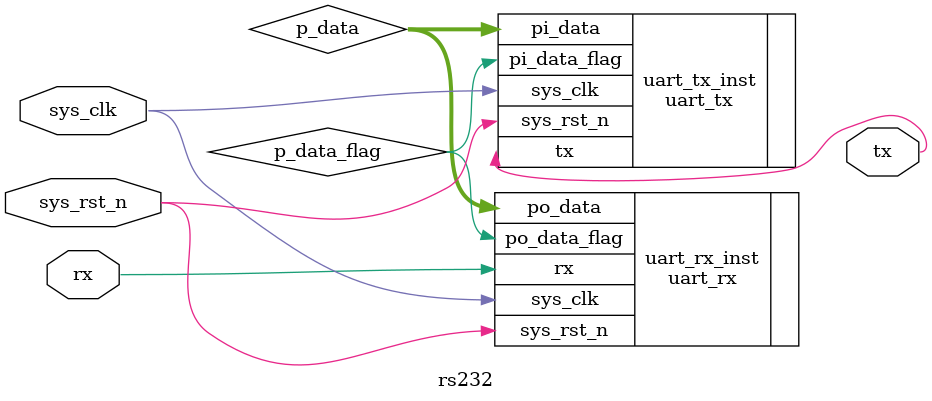
<source format=v>
module rs232 (
    input wire sys_clk,
    input wire sys_rst_n,
    input wire rx,
    output wire tx
);

    parameter BAUD_FLAG_MAX = 13'd5207;
    parameter BIT_CNT_MAX = 4'd9;

    wire [7:0] p_data;
    wire p_data_flag;
    
    uart_rx #(
        .BAUD_FLAG_MAX(BAUD_FLAG_MAX),
        .BIT_CNT_MAX(BIT_CNT_MAX)
    ) uart_rx_inst (
        .sys_clk(sys_clk),
        .sys_rst_n(sys_rst_n),
        .rx(rx),
        .po_data(p_data),
        .po_data_flag(p_data_flag)
    );

    uart_tx #(
        .BAUD_CNT_MAX(BAUD_FLAG_MAX)
    ) uart_tx_inst (
        .sys_clk(sys_clk),
        .sys_rst_n(sys_rst_n),
        .pi_data(p_data),
        .pi_data_flag(p_data_flag),
        .tx(tx)
    );

endmodule
</source>
